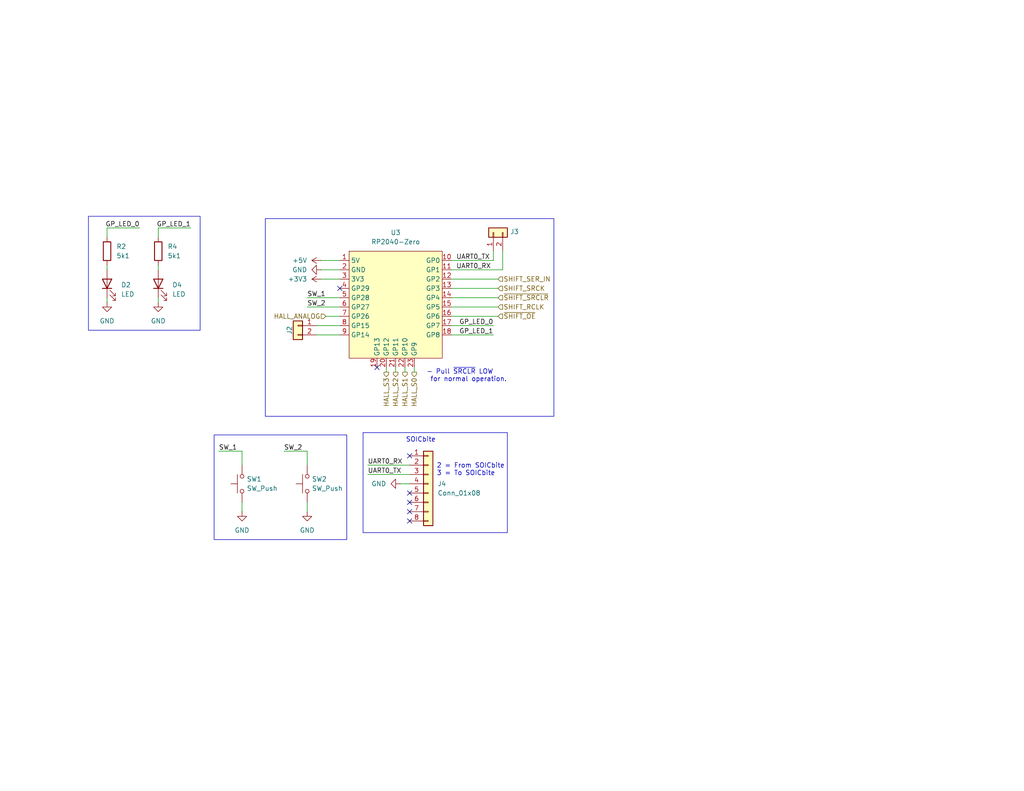
<source format=kicad_sch>
(kicad_sch (version 20231120) (generator "eeschema") (generator_version "8.0")
  (paper "USLetter")
  (lib_symbols
    (symbol "00-project-symbols:RP2040-Zero"
      (property "Reference" "U1" (at 0 12.7 0))
      (property "Value" "RP2040-Zero" (at 0 10.16 0))
      (symbol "RP2040-Zero_0_1"
        (rectangle (start -12.7 7.62) (end 12.7 -21.59) (fill (type background)))
      )
      (symbol "RP2040-Zero_1_1"
        (pin power_in line (at -15.24 5.08 0) (length 2.54) (name "5V") (number "1"))
        (pin bidirectional line (at 15.24 5.08 180) (length 2.54) (name "GP0") (number "10"))
        (pin bidirectional line (at 15.24 2.54 180) (length 2.54) (name "GP1") (number "11"))
        (pin bidirectional line (at 15.24 0 180) (length 2.54) (name "GP2") (number "12"))
        (pin bidirectional line (at 15.24 -2.54 180) (length 2.54) (name "GP3") (number "13"))
        (pin bidirectional line (at 15.24 -5.08 180) (length 2.54) (name "GP4") (number "14"))
        (pin bidirectional line (at 15.24 -7.62 180) (length 2.54) (name "GP5") (number "15"))
        (pin bidirectional line (at 15.24 -10.16 180) (length 2.54) (name "GP6") (number "16"))
        (pin bidirectional line (at 15.24 -12.7 180) (length 2.54) (name "GP7") (number "17"))
        (pin bidirectional line (at 15.24 -15.24 180) (length 2.54) (name "GP8") (number "18"))
        (pin bidirectional line (at -5.08 -24.13 90) (length 2.54) (name "GP13") (number "19"))
        (pin power_in line (at -15.24 2.54 0) (length 2.54) (name "GND") (number "2"))
        (pin bidirectional line (at -2.54 -24.13 90) (length 2.54) (name "GP12") (number "20"))
        (pin bidirectional line (at 0 -24.13 90) (length 2.54) (name "GP11") (number "21"))
        (pin bidirectional line (at 2.54 -24.13 90) (length 2.54) (name "GP10") (number "22"))
        (pin bidirectional line (at 5.08 -24.13 90) (length 2.54) (name "GP9") (number "23"))
        (pin power_in line (at -15.24 0 0) (length 2.54) (name "3V3") (number "3"))
        (pin bidirectional line (at -15.24 -2.54 0) (length 2.54) (name "GP29") (number "4"))
        (pin bidirectional line (at -15.24 -5.08 0) (length 2.54) (name "GP28") (number "5"))
        (pin bidirectional line (at -15.24 -7.62 0) (length 2.54) (name "GP27") (number "6"))
        (pin bidirectional line (at -15.24 -10.16 0) (length 2.54) (name "GP26") (number "7"))
        (pin bidirectional line (at -15.24 -12.7 0) (length 2.54) (name "GP15") (number "8"))
        (pin bidirectional line (at -15.24 -15.24 0) (length 2.54) (name "GP14") (number "9"))
      )
    )
    (symbol "Connector_Generic:Conn_01x02" (pin_names (offset 1.016) hide)
      (property "Reference" "J" (at 0 2.54 0))
      (property "Value" "Conn_01x02" (at 0 -5.08 0))
      (symbol "Conn_01x02_1_1"
        (rectangle (start -1.27 -2.413) (end 0 -2.667) (stroke (width 0.1524)))
        (rectangle (start -1.27 0.127) (end 0 -0.127) (stroke (width 0.1524)))
        (rectangle (start -1.27 1.27) (end 1.27 -3.81) (stroke (width 0.254)) (fill (type background)))
        (pin passive line (at -5.08 0 0) (length 3.81) (name "Pin_1") (number "1"))
        (pin passive line (at -5.08 -2.54 0) (length 3.81) (name "Pin_2") (number "2"))
      )
    )
    (symbol "Connector_Generic:Conn_01x08" (pin_names (offset 1.016) hide)
      (property "Reference" "J" (at 0 10.16 0))
      (property "Value" "Conn_01x08" (at 0 -12.7 0))
      (symbol "Conn_01x08_1_1"
        (rectangle (start -1.27 -10.033) (end 0 -10.287) (stroke (width 0.1524)))
        (rectangle (start -1.27 -7.493) (end 0 -7.747) (stroke (width 0.1524)))
        (rectangle (start -1.27 -4.953) (end 0 -5.207) (stroke (width 0.1524)))
        (rectangle (start -1.27 -2.413) (end 0 -2.667) (stroke (width 0.1524)))
        (rectangle (start -1.27 0.127) (end 0 -0.127) (stroke (width 0.1524)))
        (rectangle (start -1.27 2.667) (end 0 2.413) (stroke (width 0.1524)))
        (rectangle (start -1.27 5.207) (end 0 4.953) (stroke (width 0.1524)))
        (rectangle (start -1.27 7.747) (end 0 7.493) (stroke (width 0.1524)))
        (rectangle (start -1.27 8.89) (end 1.27 -11.43) (stroke (width 0.254)) (fill (type background)))
        (pin passive line (at -5.08 7.62 0) (length 3.81) (name "Pin_1") (number "1"))
        (pin passive line (at -5.08 5.08 0) (length 3.81) (name "Pin_2") (number "2"))
        (pin passive line (at -5.08 2.54 0) (length 3.81) (name "Pin_3") (number "3"))
        (pin passive line (at -5.08 0 0) (length 3.81) (name "Pin_4") (number "4"))
        (pin passive line (at -5.08 -2.54 0) (length 3.81) (name "Pin_5") (number "5"))
        (pin passive line (at -5.08 -5.08 0) (length 3.81) (name "Pin_6") (number "6"))
        (pin passive line (at -5.08 -7.62 0) (length 3.81) (name "Pin_7") (number "7"))
        (pin passive line (at -5.08 -10.16 0) (length 3.81) (name "Pin_8") (number "8"))
      )
    )
    (symbol "Device:LED" (pin_numbers hide) (pin_names (offset 1.016) hide)
      (property "Reference" "D" (at 0 2.54 0))
      (property "Value" "LED" (at 0 -2.54 0))
      (symbol "LED_0_1"
        (polyline (pts (xy -1.27 -1.27) (xy -1.27 1.27)) (stroke (width 0.254)))
        (polyline (pts (xy -1.27 0) (xy 1.27 0)))
        (polyline (pts (xy 1.27 -1.27) (xy 1.27 1.27) (xy -1.27 0) (xy 1.27 -1.27)) (stroke (width 0.254)))
        (polyline (pts (xy -3.048 -0.762) (xy -4.572 -2.286) (xy -3.81 -2.286) (xy -4.572 -2.286) (xy -4.572 -1.524)))
        (polyline (pts (xy -1.778 -0.762) (xy -3.302 -2.286) (xy -2.54 -2.286) (xy -3.302 -2.286) (xy -3.302 -1.524)))
      )
      (symbol "LED_1_1"
        (pin passive line (at -3.81 0 0) (length 2.54) (name "K") (number "1"))
        (pin passive line (at 3.81 0 180) (length 2.54) (name "A") (number "2"))
      )
    )
    (symbol "Device:R" (pin_numbers hide) (pin_names (offset 0))
      (property "Reference" "R" (at 2.032 0 90))
      (property "Value" "R" (at 0 0 90))
      (symbol "R_0_1"
        (rectangle (start -1.016 -2.54) (end 1.016 2.54) (stroke (width 0.254)))
      )
      (symbol "R_1_1"
        (pin passive line (at 0 3.81 270) (length 1.27) (name "~") (number "1"))
        (pin passive line (at 0 -3.81 90) (length 1.27) (name "~") (number "2"))
      )
    )
    (symbol "Switch:SW_Push" (pin_numbers hide) (pin_names (offset 1.016) hide)
      (property "Reference" "SW" (at 1.27 2.54 0))
      (property "Value" "SW_Push" (at 0 -1.524 0))
      (symbol "SW_Push_0_1"
        (circle (center -2.032 0) (radius 0.508))
        (polyline (pts (xy 0 1.27) (xy 0 3.048)))
        (polyline (pts (xy 2.54 1.27) (xy -2.54 1.27)))
        (circle (center 2.032 0) (radius 0.508))
        (pin passive line (at -5.08 0 0) (length 2.54) (name "1") (number "1"))
        (pin passive line (at 5.08 0 180) (length 2.54) (name "2") (number "2"))
      )
    )
    (symbol "power:+3V3" (power) (pin_numbers hide) (pin_names (offset 0) hide)
      (property "Value" "+3V3" (at 0 3.556 0))
      (symbol "+3V3_0_1"
        (polyline (pts (xy -0.762 1.27) (xy 0 2.54)))
        (polyline (pts (xy 0 0) (xy 0 2.54)))
        (polyline (pts (xy 0 2.54) (xy 0.762 1.27)))
      )
      (symbol "+3V3_1_1"
        (pin power_in line (at 0 0 90) (length 0) (name "~") (number "1"))
      )
    )
    (symbol "power:+5V" (power) (pin_numbers hide) (pin_names (offset 0) hide)
      (property "Value" "+5V" (at 0 3.556 0))
      (symbol "+5V_0_1"
        (polyline (pts (xy -0.762 1.27) (xy 0 2.54)))
        (polyline (pts (xy 0 0) (xy 0 2.54)))
        (polyline (pts (xy 0 2.54) (xy 0.762 1.27)))
      )
      (symbol "+5V_1_1"
        (pin power_in line (at 0 0 90) (length 0) (name "~") (number "1"))
      )
    )
    (symbol "power:GND" (power) (pin_numbers hide) (pin_names (offset 0) hide)
      (property "Value" "GND" (at 0 -3.81 0))
      (symbol "GND_0_1"
        (polyline (pts (xy 0 0) (xy 0 -1.27) (xy 1.27 -1.27) (xy 0 -2.54) (xy -1.27 -1.27) (xy 0 -1.27)))
      )
      (symbol "GND_1_1"
        (pin power_in line (at 0 0 270) (length 0) (name "~") (number "1"))
      )
    )
  )
  (no_connect (at 111.76 139.7))
  (no_connect (at 111.76 124.46))
  (no_connect (at 111.76 137.16))
  (no_connect (at 102.87 100.33))
  (no_connect (at 92.71 78.74))
  (no_connect (at 111.76 142.24))
  (no_connect (at 111.76 134.62))
  (wire (pts (xy 109.22 132.08) (xy 111.76 132.08)))
  (wire (pts (xy 83.82 83.82) (xy 92.71 83.82)))
  (wire (pts (xy 66.04 139.7) (xy 66.04 137.16)))
  (wire (pts (xy 77.47 123.19) (xy 83.82 123.19)))
  (wire (pts (xy 88.9 86.36) (xy 92.71 86.36)))
  (wire (pts (xy 83.82 139.7) (xy 83.82 137.16)))
  (wire (pts (xy 86.36 91.44) (xy 92.71 91.44)))
  (wire (pts (xy 100.33 129.54) (xy 111.76 129.54)))
  (wire (pts (xy 100.33 127) (xy 111.76 127)))
  (wire (pts (xy 29.21 62.23) (xy 29.21 64.77)))
  (wire (pts (xy 66.04 123.19) (xy 66.04 127)))
  (wire (pts (xy 86.36 88.9) (xy 92.71 88.9)))
  (wire (pts (xy 123.19 71.12) (xy 134.62 71.12)))
  (wire (pts (xy 29.21 73.66) (xy 29.21 72.39)))
  (wire (pts (xy 59.69 123.19) (xy 66.04 123.19)))
  (wire (pts (xy 87.63 73.66) (xy 92.71 73.66)))
  (wire (pts (xy 110.49 100.33) (xy 110.49 101.6)))
  (wire (pts (xy 29.21 81.28) (xy 29.21 82.55)))
  (wire (pts (xy 107.95 100.33) (xy 107.95 101.6)))
  (wire (pts (xy 123.19 73.66) (xy 137.16 73.66)))
  (wire (pts (xy 123.19 76.2) (xy 135.89 76.2)))
  (wire (pts (xy 113.03 100.33) (xy 113.03 101.6)))
  (wire (pts (xy 43.18 73.66) (xy 43.18 72.39)))
  (wire (pts (xy 43.18 81.28) (xy 43.18 82.55)))
  (wire (pts (xy 123.19 91.44) (xy 134.62 91.44)))
  (wire (pts (xy 123.19 81.28) (xy 135.89 81.28)))
  (wire (pts (xy 137.16 73.66) (xy 137.16 68.58)))
  (wire (pts (xy 83.82 81.28) (xy 92.71 81.28)))
  (wire (pts (xy 43.18 62.23) (xy 43.18 64.77)))
  (wire (pts (xy 83.82 123.19) (xy 83.82 127)))
  (wire (pts (xy 52.07 62.23) (xy 43.18 62.23)))
  (wire (pts (xy 87.63 76.2) (xy 92.71 76.2)))
  (wire (pts (xy 105.41 100.33) (xy 105.41 101.6)))
  (wire (pts (xy 123.19 86.36) (xy 135.89 86.36)))
  (wire (pts (xy 123.19 88.9) (xy 134.62 88.9)))
  (wire (pts (xy 134.62 71.12) (xy 134.62 68.58)))
  (wire (pts (xy 123.19 78.74) (xy 135.89 78.74)))
  (wire (pts (xy 87.63 71.12) (xy 92.71 71.12)))
  (wire (pts (xy 38.1 62.23) (xy 29.21 62.23)))
  (wire (pts (xy 123.19 83.82) (xy 135.89 83.82)))
  (rectangle (start 99.06 118.11) (end 138.43 145.415))
  (rectangle (start 58.42 118.745) (end 94.615 147.32))
  (rectangle (start 72.39 59.69) (end 151.13 113.665))
  (rectangle (start 24.13 59.055) (end 54.61 90.17))
  (text "SOICbite" (at 114.808 120.142 0) (effects (font (size 1.27 1.27))))
  (text "2 = From SOICbite\n3 = To SOICbite" (at 119.126 128.27 0) (effects (font (size 1.27 1.27)) (justify left)))
  (text "- Pull ~{SRCLR} LOW\n	for normal operation." (at 125.476 102.616 0) (effects (font (size 1.27 1.27))))
  (label "GP_LED_1" (at 52.07 62.23 180))
  (label "GP_LED_0" (at 134.62 88.9 180))
  (label "UART0_RX" (at 124.46 73.66 0))
  (label "SW_2" (at 83.82 83.82 0))
  (label "SW_1" (at 83.82 81.28 0))
  (label "SW_2" (at 77.47 123.19 0))
  (label "SW_1" (at 59.69 123.19 0))
  (label "GP_LED_1" (at 134.62 91.44 180))
  (label "GP_LED_0" (at 38.1 62.23 180))
  (label "UART0_TX" (at 100.33 129.54 0))
  (label "UART0_TX" (at 124.46 71.12 0))
  (label "UART0_RX" (at 100.33 127 0))
  (hierarchical_label "HALL_ANALOG" (shape input) (at 88.9 86.36 180))
  (hierarchical_label "SHIFT_SRCK" (shape input) (at 135.89 78.74 0))
  (hierarchical_label "HALL_S3" (shape output) (at 105.41 101.6 270))
  (hierarchical_label "HALL_S2" (shape output) (at 107.95 101.6 270))
  (hierarchical_label "~{SHIFT_OE}" (shape input) (at 135.89 86.36 0))
  (hierarchical_label "SHIFT_RCLK" (shape input) (at 135.89 83.82 0))
  (hierarchical_label "~{SHIFT_SRCLR}" (shape input) (at 135.89 81.28 0))
  (hierarchical_label "HALL_S0" (shape output) (at 113.03 101.6 270))
  (hierarchical_label "SHIFT_SER_IN" (shape input) (at 135.89 76.2 0))
  (hierarchical_label "HALL_S1" (shape output) (at 110.49 101.6 270))
  (symbol (lib_id "00-project-symbols:RP2040-Zero") (at 107.95 76.2 0) (unit 1)
    (property "Reference" "U3" (at 107.95 63.5 0))
    (property "Value" "RP2040-Zero" (at 107.95 66.04 0))
    (property "Footprint" "00-lib-footprints:RP2040 Zero" (effects (hide yes)))
  )
  (symbol (lib_id "power:GND") (at 29.21 82.55 0) (unit 1)
    (property "Reference" "#PWR015" (effects (hide yes)))
    (property "Value" "GND" (at 29.21 87.63 0))
    (property "Description" "Power symbol creates a global label with name \"GND\" , ground" (effects (hide yes)))
  )
  (symbol (lib_id "Device:R") (at 43.18 68.58 0) (unit 1)
    (property "Reference" "R4" (at 45.72 67.3099 0) (effects (justify left)))
    (property "Value" "5k1" (at 45.72 69.8499 0) (effects (justify left)))
    (property "Footprint" "Resistor_SMD:R_0603_1608Metric_Pad0.98x0.95mm_HandSolder" (effects (hide yes)))
    (property "Description" "Resistor" (effects (hide yes)))
  )
  (symbol (lib_id "power:GND") (at 66.04 139.7 0) (unit 1)
    (property "Reference" "#PWR011" (effects (hide yes)))
    (property "Value" "GND" (at 66.04 144.78 0))
    (property "Description" "Power symbol creates a global label with name \"GND\" , ground" (effects (hide yes)))
  )
  (symbol (lib_id "power:GND") (at 83.82 139.7 0) (unit 1)
    (property "Reference" "#PWR012" (effects (hide yes)))
    (property "Value" "GND" (at 83.82 144.78 0))
    (property "Description" "Power symbol creates a global label with name \"GND\" , ground" (effects (hide yes)))
  )
  (symbol (lib_id "Connector_Generic:Conn_01x08") (at 116.84 132.08 0) (unit 1)
    (property "Reference" "J4" (at 119.38 132.0799 0) (effects (justify left)))
    (property "Value" "Conn_01x08" (at 119.38 134.6199 0) (effects (justify left)))
    (property "Footprint" "00-lib-footprints:SOICbite_clipProgSmall" (effects (hide yes)))
    (property "Description" "Generic connector, single row, 01x08, script generated (kicad-library-utils/schlib/autogen/connector/)" (effects (hide yes)))
  )
  (symbol (lib_id "power:+3V3") (at 87.63 76.2 90) (unit 1)
    (property "Reference" "#PWR010" (effects (hide yes)))
    (property "Value" "+3V3" (at 83.82 76.1999 90) (effects (justify left)))
    (property "Description" "Power symbol creates a global label with name \"+3V3\"" (effects (hide yes)))
  )
  (symbol (lib_id "power:+5V") (at 87.63 71.12 90) (mirror x) (unit 1)
    (property "Reference" "#PWR08" (effects (hide yes)))
    (property "Value" "+5V" (at 83.82 71.1199 90) (effects (justify left)))
    (property "Description" "Power symbol creates a global label with name \"+5V\"" (effects (hide yes)))
  )
  (symbol (lib_id "power:GND") (at 87.63 73.66 270) (unit 1)
    (property "Reference" "#PWR09" (effects (hide yes)))
    (property "Value" "GND" (at 83.82 73.6599 90) (effects (justify right)))
    (property "Description" "Power symbol creates a global label with name \"GND\" , ground" (effects (hide yes)))
  )
  (symbol (lib_id "Device:LED") (at 43.18 77.47 90) (unit 1)
    (property "Reference" "D4" (at 46.99 77.7874 90) (effects (justify right)))
    (property "Value" "LED" (at 46.99 80.3274 90) (effects (justify right)))
    (property "Footprint" "LED_SMD:LED_0603_1608Metric_Pad1.05x0.95mm_HandSolder" (effects (hide yes)))
    (property "Description" "Light emitting diode" (effects (hide yes)))
  )
  (symbol (lib_id "Connector_Generic:Conn_01x02") (at 134.62 63.5 90) (unit 1)
    (property "Reference" "J3" (at 139.192 63.246 90) (effects (justify right)))
    (property "Value" "Conn_01x02" (effects (hide yes)))
    (property "Footprint" "Connector_PinHeader_2.54mm:PinHeader_1x02_P2.54mm_Vertical" (effects (hide yes)))
    (property "Description" "Generic connector, single row, 01x02, script generated (kicad-library-utils/schlib/autogen/connector/)" (effects (hide yes)))
  )
  (symbol (lib_id "Device:R") (at 29.21 68.58 0) (unit 1)
    (property "Reference" "R2" (at 31.75 67.3099 0) (effects (justify left)))
    (property "Value" "5k1" (at 31.75 69.8499 0) (effects (justify left)))
    (property "Footprint" "Resistor_SMD:R_0603_1608Metric_Pad0.98x0.95mm_HandSolder" (effects (hide yes)))
    (property "Description" "Resistor" (effects (hide yes)))
  )
  (symbol (lib_id "power:GND") (at 43.18 82.55 0) (unit 1)
    (property "Reference" "#PWR018" (effects (hide yes)))
    (property "Value" "GND" (at 43.18 87.63 0))
    (property "Description" "Power symbol creates a global label with name \"GND\" , ground" (effects (hide yes)))
  )
  (symbol (lib_id "Connector_Generic:Conn_01x02") (at 81.28 88.9 0) (mirror y) (unit 1)
    (property "Reference" "J2" (at 78.994 90.17 90))
    (property "Value" "Conn_01x02" (effects (hide yes)))
    (property "Footprint" "Connector_PinHeader_2.54mm:PinHeader_1x02_P2.54mm_Vertical" (effects (hide yes)))
    (property "Description" "Generic connector, single row, 01x02, script generated (kicad-library-utils/schlib/autogen/connector/)" (effects (hide yes)))
  )
  (symbol (lib_id "Switch:SW_Push") (at 83.82 132.08 90) (unit 1)
    (property "Reference" "SW2" (at 85.09 130.8099 90) (effects (justify right)))
    (property "Value" "SW_Push" (at 85.09 133.3499 90) (effects (justify right)))
    (property "Footprint" "00-lib-footprints:PushButtonSMD_2.93x3.9" (effects (hide yes)))
    (property "Description" "Push button switch, generic, two pins" (effects (hide yes)))
  )
  (symbol (lib_id "Device:LED") (at 29.21 77.47 90) (unit 1)
    (property "Reference" "D2" (at 33.02 77.7874 90) (effects (justify right)))
    (property "Value" "LED" (at 33.02 80.3274 90) (effects (justify right)))
    (property "Footprint" "LED_SMD:LED_0603_1608Metric_Pad1.05x0.95mm_HandSolder" (effects (hide yes)))
    (property "Description" "Light emitting diode" (effects (hide yes)))
  )
  (symbol (lib_id "power:GND") (at 109.22 132.08 270) (unit 1)
    (property "Reference" "#PWR014" (effects (hide yes)))
    (property "Value" "GND" (at 105.41 132.0799 90) (effects (justify right)))
    (property "Description" "Power symbol creates a global label with name \"GND\" , ground" (effects (hide yes)))
  )
  (symbol (lib_id "Switch:SW_Push") (at 66.04 132.08 90) (unit 1)
    (property "Reference" "SW1" (at 67.31 130.8099 90) (effects (justify right)))
    (property "Value" "SW_Push" (at 67.31 133.3499 90) (effects (justify right)))
    (property "Footprint" "00-lib-footprints:PushButtonSMD_2.93x3.9" (effects (hide yes)))
    (property "Description" "Push button switch, generic, two pins" (effects (hide yes)))
  )
)
</source>
